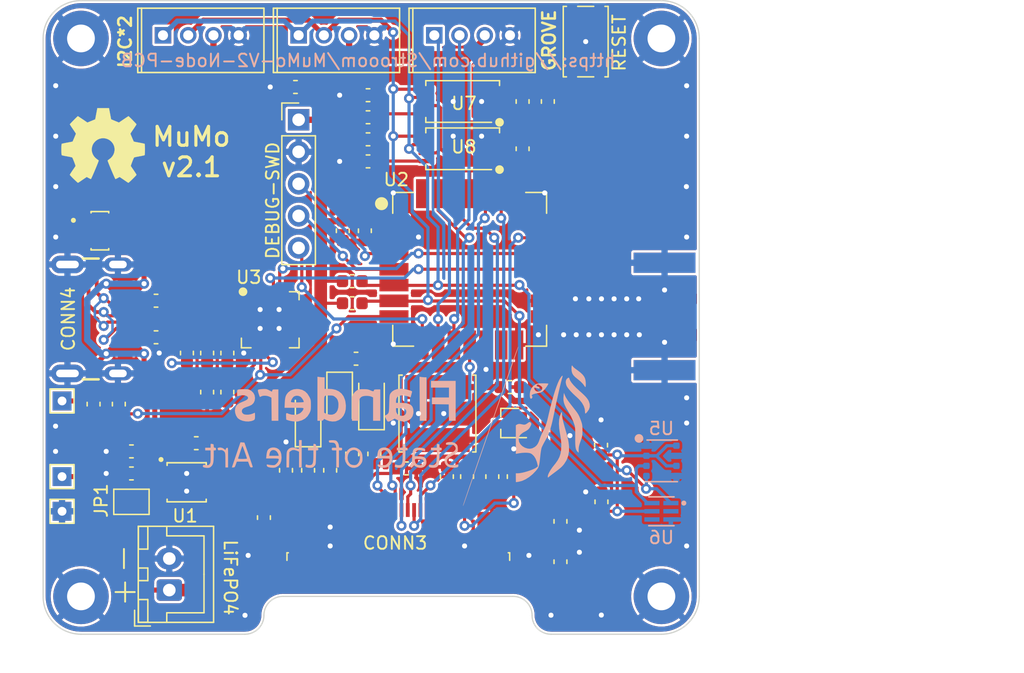
<source format=kicad_pcb>
(kicad_pcb (version 20211014) (generator pcbnew)
  (title_block (comment 4 "AISLER Project ID: WJAGVHFZ"))
  (layers (0 "F.Cu" signal) (31 "B.Cu" signal) (34 "B.Paste" user) (35 "F.Paste" user) (36 "B.SilkS" user "B.Silkscreen") (37 "F.SilkS" user "F.Silkscreen") (38 "B.Mask" user) (39 "F.Mask" user) (44 "Edge.Cuts" user))
  (net 0 "")
  (net 1 "GND")
  (net 2 "+5V")
  (net 3 "VGH")
  (net 4 "VSH")
  (net 5 "VSL")
  (net 6 "VGL")
  (net 7 "VCOM")
  (net 8 "PREVGH")
  (net 10 "GATE-DRIVE")
  (net 11 "DISPLAY-RESET")
  (net 12 "DISPLAY-D{slash}C")
  (net 13 "DISPLAY-CS")
  (net 14 "SPI2-SCK")
  (net 15 "SPI2-MOSI")
  (net 16 "CURRENT-SENSE")
  (net 17 "VBUS")
  (net 18 "PREVGL")
  (net 19 "I2C2-SCL")
  (net 20 "I2C2-SDA")
  (net 24 "Net-(CONN4-PadA5)")
  (net 26 "Net-(CONN5-Pad1)")
  (net 27 "SWO")
  (net 42 "SWDIO")
  (net 43 "SWCLK")
  (net 46 "3V")
  (net 47 "RST")
  (net 52 "Net-(CONN4-PadB5)")
  (net 54 "D-")
  (net 55 "D+")
  (net 59 "WRITE-PROTECT")
  (net 60 "DISPLAY-BUSY")
  (net 61 "+BATT")
  (net 62 "MCU-RESET")
  (net 63 "UART1-TX")
  (net 64 "UART1-RX")
  (net 65 "UART2-RX")
  (net 66 "UART2-TX")
  (net 67 "Net-(C13-Pad2)")
  (net 68 "Net-(C31-Pad1)")
  (net 69 "Net-(C31-Pad2)")
  (net 70 "Net-(C42-Pad1)")
  (net 71 "Net-(R2-Pad1)")
  (footprint "thisProjectLibrary:0603_1608Metric" (layer "F.Cu") (at 168.7808 70.308 180)
    (fp_text reference "C2" hide)
    (fp_text value "100n")
  )
  (footprint "thisProjectLibrary:0603_1608Metric" (layer "F.Cu") (at 168.5308 75.808 -90)
    (fp_text reference "C3" hide)
    (fp_text value "100n")
  )
  (footprint "thisProjectLibrary:0603_1608Metric" (layer "F.Cu") (at 183.0308 65.558 90)
    (fp_text reference "C8" hide)
    (fp_text value "100n")
  )
  (footprint "thisProjectLibrary:0603_1608Metric" (layer "F.Cu") (at 187.2488 92.8116 90)
    (fp_text reference "C1" hide)
    (fp_text value "100n")
  )
  (footprint "thisProjectLibrary:LoRa-E5" (layer "F.Cu") (at 176.8348 78.867)
    (fp_text reference "U2")
    (fp_text value "LoRa-E5")
  )
  (footprint "thisProjectLibrary:0603_1608Metric" (layer "F.Cu") (at 167.5308 93.508 -90)
    (fp_text reference "C18" hide)
    (fp_text value "1uF")
  )
  (footprint "thisProjectLibrary:0603_1608Metric" (layer "F.Cu") (at 181.0308 69.308 -90)
    (fp_text reference "R9" hide)
    (fp_text value "5K1")
  )
  (footprint "Diode_SMD:D_SMF" (layer "F.Cu") (at 169.0558 89.308 90)
    (fp_text reference "D3" hide)
    (fp_text value "SS1FL3HM3/H")
  )
  (footprint "thisProjectLibrary:0603_1608Metric" (layer "F.Cu") (at 151.9808 84.258 180)
    (fp_text reference "R7" hide)
    (fp_text value "5K1")
  )
  (footprint "Connector_PinHeader_2.54mm:PinHeader_1x05_P2.54mm_Vertical" (layer "F.Cu") (at 163.2808 67.008)
    (fp_text reference "CONN1" hide)
    (fp_text value "DEBUG-SWD")
  )
  (footprint "TestPoint:TestPoint_THTPad_1.5x1.5mm_Drill0.7mm" (layer "F.Cu") (at 144.5308 95.308)
    (fp_text reference "TP2" hide)
    (fp_text value "testPad")
  )
  (footprint "thisProjectLibrary:0603_1608Metric" (layer "F.Cu") (at 164.0308 94.808 -90)
    (fp_text reference "C17" hide)
    (fp_text value "1uF")
  )
  (footprint "thisProjectLibrary:TSSOP-B8" (layer "F.Cu") (at 176.2808 65.558 180)
    (fp_text reference "U7")
    (fp_text value "BR24G512FVT-5AE2")
  )
  (footprint "Package_TO_SOT_SMD:SOT-323_SC-70" (layer "F.Cu") (at 180.0308 91.058 180)
    (fp_text reference "Q1" hide)
    (fp_text value "PJC7400")
  )
  (footprint "thisProjectLibrary:0603_1608Metric" (layer "F.Cu") (at 160.5308 98.558 90)
    (fp_text reference "C23" hide)
    (fp_text value "4u7")
  )
  (footprint "thisProjectLibrary:0603_1608Metric" (layer "F.Cu") (at 156.0308 85.508 -90)
    (fp_text reference "C30" hide)
    (fp_text value "4u7")
  )
  (footprint "thisProjectLibrary:0603_1608Metric" (layer "F.Cu") (at 157.6308 88.608 -90)
    (fp_text reference "C6" hide)
    (fp_text value "100n")
  )
  (footprint "thisProjectLibrary:LINX_CONSMA020.062-G" (layer "F.Cu") (at 194.7308 82.608 90)
    (fp_text reference "CONN5" hide)
    (fp_text value "External Antenna")
  )
  (footprint "Jumper:SolderJumper-2_P1.3mm_Bridged2Bar_Pad1.0x1.5mm" (layer "F.Cu") (at 150.0308 97.308 180)
    (fp_text reference "JP1")
    (fp_text value "Cut to disable charging")
  )
  (footprint "Diode_SMD:D_SMF" (layer "F.Cu") (at 164.0308 90.658 90)
    (fp_text reference "D1" hide)
    (fp_text value "SS1FL3HM3/H")
  )
  (footprint "thisProjectLibrary:L_TDK_VLS6045EX" (layer "F.Cu") (at 174.2808 90.308 90)
    (fp_text reference "L1" hide)
    (fp_text value "68uH")
  )
  (footprint "thisProjectLibrary:0603_1608Metric" (layer "F.Cu") (at 175.0308 95.308 -90)
    (fp_text reference "C12" hide)
    (fp_text value "1uF")
  )
  (footprint "thisProjectLibrary:0603_1608Metric" (layer "F.Cu") (at 156.0308 88.608 -90)
    (fp_text reference "C29" hide)
    (fp_text value "4u7")
  )
  (footprint "thisProjectLibrary:0603_1608Metric" (layer "F.Cu") (at 168.7808 68.558 180)
    (fp_text reference "C27" hide)
    (fp_text value "4u7")
  )
  (footprint "Symbol:OSHW-Symbol_6.7x6mm_SilkScreen" (layer "F.Cu") (at 147.7808 69.058)
    (fp_text reference "U4" hide)
    (fp_text value "eInk_Display_1.54\"200x200px" hide)
  )
  (footprint "Diode_SMD:D_SMF" (layer "F.Cu") (at 166.5308 89.308 -90)
    (fp_text reference "D2" hide)
    (fp_text value "SS1FL3HM3/H")
  )
  (footprint "thisProjectLibrary:0603_1608Metric" (layer "F.Cu") (at 168.7808 65.058 180)
    (fp_text reference "C24" hide)
    (fp_text value "4u7")
  )
  (footprint "thisProjectLibrary:0603_1608Metric" (layer "F.Cu") (at 147.0308 89.558 -90)
    (fp_text reference "R5" hide)
    (fp_text value "22K1")
  )
  (footprint "thisProjectLibrary:0603_1608Metric" (layer "F.Cu") (at 169.2808 93.508 -90)
    (fp_text reference "C14" hide)
    (fp_text value "1uF")
  )
  (footprint "thisProjectLibrary:0603_1608Metric" (layer "F.Cu") (at 165.7808 94.808 -90)
    (fp_text reference "C15" hide)
    (fp_text value "1uF")
  )
  (footprint "thisProjectLibrary:0603_1608Metric" (layer "F.Cu") (at 149.0308 89.558 90)
    (fp_text reference "R6" hide)
    (fp_text value "47K5")
  )
  (footprint "thisProjectLibrary:0603_1608Metric" (layer "F.Cu") (at 151.9808 81.358 180)
    (fp_text reference "R8" hide)
    (fp_text value "5K1")
  )
  (footprint "thisProjectLibrary:0603_1608Metric" (layer "F.Cu") (at 155.1686 92.658 180)
    (fp_text reference "R2" hide)
    (fp_text value "3K3")
  )
  (footprint "thisProjectLibrary:Grove_Vertical" (layer "F.Cu") (at 177.0308 60.308)
    (fp_text reference "CONN6" hide)
    (fp_text value "Grove Vertical THT")
  )
  (footprint "thisProjectLibrary:0603_1608Metric" (layer "F.Cu") (at 184.0308 98.858 -90)
    (fp_text reference "C21" hide)
    (fp_text value "4u7")
  )
  (footprint "thisProjectLibrary:0603_1608Metric" (layer "F.Cu") (at 150.0308 95.058 180)
    (fp_text reference "C42" hide)
    (fp_text value "10uF")
  )
  (footprint "Fiducial:Fiducial_0.75mm_Mask1.5mm" (layer "F.Cu") (at 192.0308 100.808)
    (fp_text reference "F3" hide)
    (fp_text value "Fiducial")
  )
  (footprint "thisProjectLibrary:DFN10" (layer "F.Cu") (at 154.4066 95.758)
    (fp_text reference "U1")
    (fp_text value "MCP73123")
  )
  (footprint "thisProjectLibrary:SP0503BAHTG-SOT143" (layer "F.Cu") (at 147.5308 75.808 -90)
    (fp_text reference "D4" hide)
    (fp_text value "SP0503BAHTG")
  )
  (footprint "thisProjectLibrary:TSSOP-B8" (layer "F.Cu") (at 176.2808 69.308 180)
    (fp_text reference "U8")
    (fp_text value "BR24G512FVT-5AE2")
  )
  (footprint "Connector_JST:JST_XH_B2B-XH-A_1x02_P2.50mm_Vertical" (layer "F.Cu") (at 153.0308 104.308 90)
    (fp_text reference "CONN2" hide)
    (fp_text value "B2B-XH-A (LF)(SN)")
  )
  (footprint "thisProjectLibrary:0603_1608Metric" (layer "F.Cu") (at 167.5308 79.808)
    (fp_text reference "R11" hide)
    (fp_text value "5K1")
  )
  (footprint "thisProjectLibrary:0603_1608Metric" (layer "F.Cu") (at 166.7808 75.808 -90)
    (fp_text reference "C26" hide)
    (fp_text value "4u7")
  )
  (footprint "thisProjectLibrary:0603_1608Metric" (layer "F.Cu") (at 178.6308 95.308 -90)
    (fp_text reference "R1" hide)
    (fp_text value "0R47")
  )
  (footprint "thisProjectLibrary:Molex-2171790001" (layer "F.Cu") (at 144.78 82.804 -90)
    (fp_text reference "CONN4")
    (fp_text value "Molex-2171790001")
  )
  (footprint "Fiducial:Fiducial_0.75mm_Mask1.5mm" (layer "F.Cu") (at 145.5308 100.808)
    (fp_text reference "F2" hide)
    (fp_text value "Fiducial")
  )
  (footprint "thisProjectLibrary:0603_1608Metric" (layer "F.Cu") (at 187.2808 97.308 90)
    (fp_text reference "C5" hide)
    (fp_text value "100n")
  )
  (footprint "thisProjectLibrary:SW_SPST_PTS815" (layer "F.Cu") (at 186.0308 60.808 90)
    (fp_text reference "SW1" hide)
    (fp_text value "Reset")
  )
  (footprint "TestPoint:TestPoint_THTPad_1.5x1.5mm_Drill0.7mm" (layer "F.Cu") (at 144.5308 98.058 -90)
    (fp_text reference "TP1" hide)
    (fp_text value "testPad")
  )
  (footprint "thisProjectLibrary:Grove_Vertical" (layer "F.Cu") (at 155.5308 60.308)
    (fp_text reference "CONN8" hide)
    (fp_text value "Grove Vertical THT")
  )
  (footprint "thisProjectLibrary:0603_1608Metric" (layer "F.Cu") (at 180.3308 95.308 -90)
    (fp_text reference "R4" hide)
    (fp_text value "10K")
  )
  (footprint "thisProjectLibrary:0603_1608Metric" (layer "F.Cu") (at 167.8308 85.958)
    (fp_text reference "C31" hide)
    (fp_text value "4u7")
  )
  (footprint "thisProjectLibrary:0603_1608Metric" (layer "F.Cu") (at 180.0308 88.208)
    (fp_text reference "C41" hide)
    (fp_text value "10uF")
  )
  (footprint "MountingHole:MountingHole_2.2mm_M2_Pad" (layer "F.Cu") (at 192.0308 104.808)
    (fp_text reference "H2" hide)
    (fp_text value "M2")
  )
  (footprint "MountingHole:MountingHole_2.2mm_M2_Pad" (layer "F.Cu") (at 146.0308 60.558)
    (fp_text reference "H3" hide)
    (fp_text value "M2")
  )
  (footprint "thisProjectLibrary:0603_1608Metric" (layer "F.Cu") (at 181.0308 65.558 90)
    (fp_text reference "C22" hide)
    (fp_text value "4u7")
  )
  (footprint "thisProjectLibrary:0603_1608Metric" (layer "F.Cu") (at 168.7808 66.808 180)
    (fp_text reference "C4" hide)
    (fp_text value "100n")
  )
  (footprint "thisProjectLibrary:0603_1608Metric" (layer "F.Cu") (at 171.8308 94.658 180)
    (fp_text reference "C13" hide)
    (fp_text value "1uF")
  )
  (footprint "MountingHole:MountingHole_2.2mm_M2_Pad" (layer "F.Cu") (at 192.0308 60.558)
    (fp_text reference "H1" hide)
    (fp_text value "M2")
  )
  (footprint "TestPoint:TestPoint_THTPad_1.5x1.5mm_Drill0.7mm" (layer "F.Cu") (at 144.5308 89.308)
    (fp_text reference "TP3" hide)
    (fp_text value "testPad")
  )
  (footprint "thisProjectLibrary:0603_1608Metric" (layer "F.Cu") (at 150.0308 93.308 180)
    (fp_text reference "C32" hide)
    (fp_text value "4u7")
  )
  (footprint "Fiducial:Fiducial_0.75mm_Mask1.5mm" (layer "F.Cu") (at 146.0308 64.308)
    (fp_text reference "F1" hide)
    (fp_text value "Fiducial")
  )
  (footprint "thisProjectLibrary:0603_1608Metric" (layer "F.Cu") (at 176.6308 95.308 -90)
    (fp_text reference "C11" hide)
    (fp_text value "1uF")
  )
  (footprint "thisProjectLibrary:TE_2-1734839-4_1x24-1MP_P0.5mm_Horizontal" (layer "F.Cu") (at 171.1808 99.308)
    (fp_text reference "CONN3")
    (fp_text value "ePaper")
  )
  (footprint "thisProjectLibrary:0603_1608Metric" (layer "F.Cu") (at 154.4308 85.508 -90)
    (fp_text reference "R3" hide)
    (fp_text value "1K")
  )
  (footprint "thisProjectLibrary:0603_1608Metric" (layer "F.Cu") (at 184.0308 102.058 90)
    (fp_text reference "C25" hide)
    (fp_text value "4u7")
  )
  (footprint "MountingHole:MountingHole_2.2mm_M2_Pad" (layer "F.Cu") (at 146.0308 104.808)
    (fp_text reference "H4" hide)
    (fp_text value "M2")
  )
  (footprint "thisProjectLibrary:0603_1608Metric" (layer "F.Cu") (at 157.6308 85.508 -90)
    (fp_text reference "C7" hide)
    (fp_text value "100n")
  )
  (footprint "thisProjectLibrary:QFN24 - CP2102N" (layer "F.Cu") (at 161.0308 82.804)
    (fp_text reference "U3")
    (fp_text value "CP2102N")
  )
  (footprint "thisProjectLibrary:0603_1608Metric" (layer "F.Cu") (at 162.2808 94.808 -90)
    (fp_text reference "C16" hide)
    (fp_text value "1uF")
  )
  (footprint "thisProjectLibrary:0603_1608Metric" (layer "F.Cu") (at 163.0308 64.408 180)
    (fp_text reference "C28" hide)
    (fp_text value "4u7")
  )
  (footprint "thisProjectLibrary:0603_1608Metric" (layer "F.Cu") (at 167.5308 81.558)
    (fp_text reference "R10" hide)
    (fp_text value "5K1")
  )
  (footprint "thisProjectLibrary:Grove_Vertical" (layer "F.Cu") (at 166.2808 60.308)
    (fp_text reference "CONN7" hide)
    (fp_text value "Grove Vertical THT")
  )
  (footprint "thisProjectLibrary:logoFlanders" (layer "B.Cu") (at 171.0308 91.308 180)
    (fp_text reference "G***" hide)
    (fp_text value "LOGO" hide)
  )
  (footprint "thisProjectLibrary:Bosch_BME680" (layer "B.Cu") (at 192.0308 94.058 -90)
    (fp_text reference "U5")
    (fp_text value "BME680")
  )
  (footprint "thisProjectLibrary:TSL2591-SON" (layer "B.Cu") (at 192.0308 98.058 180)
    (fp_text reference "U6")
    (fp_text value "TSL25911")
  )
  (gr_line (start 146.0308 107.808) (end 159.0308 107.808) (layer "Edge.Cuts") (width 0.1))
  (gr_arc (start 146.0308 107.808) (mid 143.90948 106.92932) (end 143.0308 104.808) (layer "Edge.Cuts") (width 0.1))
  (gr_arc (start 143.0308 60.558) (mid 143.90948 58.43668) (end 146.0308 57.558) (layer "Edge.Cuts") (width 0.1))
  (gr_line (start 146.0308 57.558) (end 192.0308 57.558) (layer "Edge.Cuts") (width 0.1))
  (gr_arc (start 183.2808 107.808) (mid 182.22014 107.36866) (end 181.7808 106.308) (layer "Edge.Cuts") (width 0.1))
  (gr_arc (start 180.2808 104.808) (mid 181.34146 105.24734) (end 181.7808 106.308) (layer "Edge.Cuts") (width 0.1))
  (gr_arc (start 195.0308 104.808) (mid 194.15212 106.92932) (end 192.0308 107.808) (layer "Edge.Cuts") (width 0.1))
  (gr_arc (start 192.0308 57.558) (mid 194.15212 58.43668) (end 195.0308 60.558) (layer "Edge.Cuts") (width 0.1))
  (gr_line (start 143.0308 60.558) (end 143.0308 104.808) (layer "Edge.Cuts") (width 0.1))
  (gr_arc (start 160.5308 106.308) (mid 160.09146 107.36866) (end 159.0308 107.808) (layer "Edge.Cuts") (width 0.1))
  (gr_arc (start 160.5308 106.308) (mid 160.97014 105.24734) (end 162.0308 104.808) (layer "Edge.Cuts") (width 0.1))
  (gr_line (start 180.2808 104.808) (end 162.0308 104.808) (layer "Edge.Cuts") (width 0.1))
  (gr_line (start 183.2808 107.808) (end 192.0308 107.808) (layer "Edge.Cuts") (width 0.1))
  (gr_line (start 195.0308 60.558) (end 195.0308 104.808) (layer "Edge.Cuts") (width 0.1))
  (gr_text "https://github.com/Strooom/MuMo-V2-Node-PCB" (at 168.7808 62.308) (layer "B.SilkS") (effects (font (size 1 1)) (justify mirror)))
  (gr_text "MuMo\nv2.1" (at 154.7808 69.558) (layer "F.SilkS") (effects (font (size 1.5 1.5) (thickness 0.25))))
  (gr_text "-" (at 149.2808 101.808 90) (layer "F.SilkS") (effects (font (size 2 2))))
  (gr_text "+" (at 149.5308 104.308) (layer "F.SilkS") (effects (font (size 2 2))))
  (segment (start 159.0808 82.054) (end 160.2308 82.054) (width 0.25) (layer "F.Cu") (net 1))
  (via (at 182.7808 72.808) (size 0.8) (drill 0.4) (layers "F.Cu" "B.Cu") (net 1))
  (via (at 185.5308 99.558) (size 0.8) (drill 0.4) (layers "F.Cu" "B.Cu") (net 1))
  (via (at 152.2308 85.508) (size 0.8) (drill 0.4) (layers "F.Cu" "B.Cu") (net 1))
  (via (at 144.0308 68.308) (size 0.8) (drill 0.4) (layers "F.Cu" "B.Cu") (net 1))
  (via (at 194.0308 68.308) (size 0.8) (drill 0.4) (layers "F.Cu" "B.Cu") (net 1))
  (via (at 172.7808 76.308) (size 0.8) (drill 0.4) (layers "F.Cu" "B.Cu") (net 1))
  (via (at 187.2808 84.058) (size 0.8) (drill 0.4) (layers "F.Cu" "B.Cu") (net 1))
  (via (at 185.2808 84.058) (size 0.8) (drill 0.4) (layers "F.Cu" "B.Cu") (net 1))
  (via (at 194.0308 91.058) (size 0.8) (drill 0.4) (layers "F.Cu" "B.Cu") (net 1))
  (via (at 160.2308 82.058) (size 0.8) (drill 0.4) (layers "F.Cu" "B.Cu") (net 1))
  (via (at 194.0308 89.058) (size 0.8) (drill 0.4) (layers "F.Cu" "B.Cu") (net 1))
  (via (at 192.2808 80.508) (size 0.8) (drill 0.4) (layers "F.Cu" "B.Cu") (net 1))
  (via (at 158.9308 85.508) (size 0.8) (drill 0.4) (layers "F.Cu" "B.Cu") (net 1))
  (via (at 161.0308 64.408) (size 0.8) (drill 0.4) (layers "F.Cu" "B.Cu") (net 1))
  (via (at 186.2808 84.058) (size 0.8) (drill 0.4) (layers "F.Cu" "B.Cu") (net 1))
  (via (at 177.7808 68.308) (size 0.8) (drill 0.4) (layers "F.Cu" "B.Cu") (net 1))
  (via (at 182.2808 84.058) (size 0.8) (drill 0.4) (layers "F.Cu" "B.Cu") (net 1))
  (via (at 174.7808 90.308) (size 0.8) (drill 0.4) (layers "F.Cu" "B.Cu") (net 1))
  (via (at 166.5308 70.308) (size 0.8) (drill 0.4) (layers "F.Cu" "B.Cu") (net 1))
  (via (at 170.7808 72.808) (size 0.8) (drill 0.4) (layers "F.Cu" "B.Cu") (net 1))
  (via (at 148.0308 95.058) (size 0.8) (drill 0.4) (layers "F.Cu" "B.Cu") (net 1))
  (via (at 165.7808 100.808) (size 0.8) (drill 0.4) (layers "F.Cu" "B.Cu") (net 1))
  (via (at 188.2808 81.208) (size 0.8) (drill 0.4) (layers "F.Cu" "B.Cu") (net 1))
  (via (at 148.0308 93.308) (size 0.8) (drill 0.4) (layers "F.Cu" "B.Cu") (net 1))
  (via (at 162.2808 92.558) (size 0.8) (drill 0.4) (layers "F.Cu" "B.Cu") (net 1))
  (via (at 194.0308 76.308) (size 0.8) (drill 0.4) (layers "F.Cu" "B.Cu") (net 1))
  (via (at 170.7808 84.7945) (size 0.8) (drill 0.4) (layers "F.Cu" "B.Cu") (net 1))
  (via (at 187.270498 106.288654) (size 0.8) (drill 0.4) (layers "F.Cu" "B.Cu") (net 1))
  (via (at 194.0308 100.808) (size 0.8) (drill 0.4) (layers "F.Cu" "B.Cu") (net 1))
  (via (at 194.011454 72.308) (size 0.8) (drill 0.4) (layers "F.Cu" "B.Cu") (net 1))
  (via (at 188.2808 84.058) (size 0.8) (drill 0.4) (layers "F.Cu" "B.Cu") (net 1))
  (via (at 184.7808 92.058) (size 0.8) (drill 0.4) (layers "F.Cu" "B.Cu") (net 1))
  (via (at 187.2488 90.808) (size 0.8) (drill 0.4) (layers "F.Cu" "B.Cu") (net 1))
  (via (at 186.2808 81.208) (size 0.8) (drill 0.4) (layers "F.Cu" "B.Cu") (net 1))
  (via (at 166.5308 65.058) (size 0.8) (drill 0.4) (layers "F.Cu" "B.Cu") (net 1))
  (via (at 172.7808 90.308) (size 0.8) (drill 0.4) (layers "F.Cu" "B.Cu") (net 1))
  (via (at 183.2808 106.29943) (size 0.8) (drill 0.4) (layers "F.Cu" "B.Cu") (net 1))
  (via (at 160.2308 83.558) (size 0.8) (drill 0.4) (layers "F.Cu" "B.Cu") (net 1))
  (via (at 185.2168 81.208) (size 0.8) (drill 0.4) (layers "F.Cu" "B.Cu") (net 1))
  (via (at 184.2808 84.058) (size 0.8) (drill 0.4) (layers "F.Cu" "B.Cu") (net 1))
  (via (at 189.2808 81.208) (size 0.8) (drill 0.4) (layers "F.Cu" "B.Cu") (net 1))
  (via (at 175.5308 68.308) (size 0.8) (drill 0.4) (layers "F.Cu" "B.Cu") (net 1))
  (via (at 181.5308 101.558) (size 0.8) (drill 0.4) (layers "F.Cu" "B.Cu") (net 1))
  (via (at 187.2808 81.208) (size 0.8) (drill 0.4) (layers "F.Cu" "B.Cu") (net 1))
  (via (at 154.4066 95.058) (size 0.8) (drill 0.4) (layers "F.Cu" "B.Cu") (net 1))
  (via (at 159.0308 106.308) (size 0.8) (drill 0.4) (layers "F.Cu" "B.Cu") (net 1))
  (via (at 144.028354 64.303675) (size 0.8) (drill 0.4) (layers "F.Cu" "B.Cu") (net 1))
  (via (at 144.017351 93.308) (size 0.8) (drill 0.4) (layers "F.Cu" "B.Cu") (net 1))
  (via (at 180.3308 93.108) (size 0.8) (drill 0.4) (layers "F.Cu" "B.Cu") (net 1))
  (via (at 144.017351 91.306505) (size 0.8) (drill 0.4) (layers "F.Cu" "B.Cu") (net 1))
  (via (at 144.0308 76.308) (size 0.8) (drill 0.4) (layers "F.Cu" "B.Cu") (net 1))
  (via (at 178.1308 86.808) (size 0.8) (drill 0.4) (layers "F.Cu" "B.Cu") (net 1))
  (via (at 165.7808 99.308) (size 0.8) (drill 0.4) (layers "F.Cu" "B.Cu") (net 1))
  (via (at 161.7308 83.558) (size 0.8) (drill 0.4) (layers "F.Cu" "B.Cu") (net 1))
  (via (at 190.2808 84.058) (size 0.8) (drill 0.4) (layers "F.Cu" "B.Cu") (net 1))
  (via (at 194.0308 64.308) (size 0.8) (drill 0.4) (layers "F.Cu" "B.Cu") (net 1))
  (via (at 161.7308 82.058) (size 0.8) (drill 0.4) (layers "F.Cu" "B.Cu") (net 1))
  (via (at 154.4066 96.458) (size 0.8) (drill 0.4) (layers "F.Cu" "B.Cu") (net 1))
  (via (at 177.7808 65.558) (size 0.8) (drill 0.4) (layers "F.Cu" "B.Cu") (net 1))
  (via (at 159.2808 101.558) (size 0.8) (drill 0.4) (layers "F.Cu" "B.Cu") (net 1))
  (via (at 192.2808 84.653928) (size 0.8) (drill 0.4) (layers "F.Cu" "B.Cu") (net 1))
  (via (at 190.2308 81.208) (size 0.8) (drill 0.4) (layers "F.Cu" "B.Cu") (net 1))
  (via (at 170.7808 91.058) (size 0.8) (drill 0.4) (layers "F.Cu" "B.Cu") (net 1))
  (via (at 144.0308 72.308) (size 0.8) (drill 0.4) (layers "F.Cu" "B.Cu") (net 1))
  (via (at 185.5308 101.308) (size 0.8) (drill 0.4) (layers "F.Cu" "B.Cu") (net 1))
  (via (at 175.5308 65.558) (size 0.8) (drill 0.4) (layers "F.Cu" "B.Cu") (net 1))
  (via (at 189.2808 84.058) (size 0.8) (drill 0.4) (layers "F.Cu" "B.Cu") (net 1))
  (via (at 176.4308 100.808) (size 0.8) (drill 0.4) (layers "F.Cu" "B.Cu") (net 1))
  (via (at 186.0308 60.808) (size 0.8) (drill 0.4) (layers "F.Cu" "B.Cu") (net 1))
  (via (at 186.0308 96.52) (size 0.8) (drill 0.4) (layers "F.Cu" "B.Cu") (net 1))
  (segment (start 151.8808 87.808) (end 151.8808 93.308) (width 0.4) (layer "F.Cu") (net 2))
  (segment (start 148.5558 74.848) (end 148.8083 74.848) (width 0.4) (layer "F.Cu") (net 2))
  (segment (start 150.6768 85.204) (end 149.535 85.204) (width 0.4) (layer "F.Cu") (net 2))
  (segment (start 151.8808 95.158) (end 151.8808 93.308) (width 0.4) (layer "F.Cu") (net 2))
  (segment (start 151.8808 93.308) (end 150.8058 93.308) (width 0.25) (layer "F.Cu") (net 2))
  (segment (start 150.6348 80.404) (end 151.0308 80.008) (width 0.4) (layer "F.Cu") (net 2))
  (segment (start 151.0308 86.958) (end 151.8808 87.808) (width 0.4) (layer "F.Cu") (net 2))
  (segment (start 148.8083 74.848) (end 151.0308 77.0705) (width 0.4) (layer "F.Cu") (net 2))
  (segment (start 157.6058 87.808) (end 157.6308 87.833) (width 0.4) (layer "F.Cu") (net 2))
  (segment (start 146.2808 88.808) (end 145.7808 89.308) (width 0.4) (layer "F.Cu") (net 2))
  (segment (start 149.535 80.404) (end 150.6348 80.404) (width 0.4) (layer "F.Cu") (net 2))
  (segment (start 148.4268 80.404) (end 148.0308 80.008) (width 0.4) (layer "F.Cu") (net 2))
  (segment (start 147.0308 86.558) (end 147.0308 88.783) (width 0.4) (layer "F.Cu") (net 2))
  (segment (start 151.0308 85.558) (end 151.0308 86.958) (width 0.4) (layer "F.Cu") (net 2))
  (segment (start 158.3683 87.833) (end 157.6308 87.833) (width 0.25) (layer "F.Cu") (net 2))
  (segment (start 149.535 80.404) (end 148.4268 80.404) (width 0.4) (layer "F.Cu") (net 2))
  (segment (start 159.7808 86.4205) (end 158.3683 87.833) (width 0.25) (layer "F.Cu") (net 2))
  (segment (start 152.8566 94.758) (end 151.8808 94.758) (width 0.25) (layer "F.Cu") (net 2))
  (segment (start 159.7808 84.754) (end 159.7808 86.4205) (width 0.25) (layer "F.Cu") (net 2))
  (segment (start 147.0058 88.808) (end 146.2808 88.808) (width 0.4) (layer "F.Cu") (net 2))
  (segment (start 147.0308 88.783) (end 147.0058 88.808) (width 0.4) (layer "F.Cu") (net 2))
  (segment (start 148.3848 85.204) (end 149.535 85.204) (width 0.4) (layer "F.Cu") (net 2))
  (segment (start 151.0308 77.0705) (end 151.0308 80.008) (width 0.4) (layer "F.Cu") (net 2))
  (segment (start 148.0308 85.558) (end 147.0308 86.558) (width 0.4) (layer "F.Cu") (net 2))
  (segment (start 145.7808 89.308) (end 144.5308 89.308) (width 0.4) (layer "F.Cu") (net 2))
  (segment (start 151.0308 85.558) (end 150.6768 85.204) (width 0.4) (layer "F.Cu") (net 2))
  (segment (start 151.8808 87.808) (end 157.6058 87.808) (width 0.4) (layer "F.Cu") (net 2))
  (segment (start 148.0308 85.558) (end 148.3848 85.204) (width 0.4) (layer "F.Cu") (net 2))
  (segment (start 152.8566 95.258) (end 151.8808 95.258) (width 0.25) (layer "F.Cu") (net 2))
  (via (at 148.0308 85.558) (size 0.8) (drill 0.4) (layers "F.Cu" "B.Cu") (net 2))
  (via (at 151.0308 80.008) (size 0.8) (drill 0.4) (layers "F.Cu" "B.Cu") (net 2))
  (via (at 148.0308 80.008) (size 0.8) (drill 0.4) (layers "F.Cu" "B.Cu") (net 2))
  (via (at 151.0308 85.558) (size 0.8) (drill 0.4) (layers "F.Cu" "B.Cu") (net 2))
  (segment (start 147.9808 85.608) (end 148.0308 85.558) (width 0.25) (layer "B.Cu") (net 2))
  (segment (start 151.0308 80.008) (end 148.0308 80.008) (width 0.5) (layer "B.Cu") (net 2))
  (segment (start 148.0308 80.008) (end 147.955495 80.008) (width 0.25) (layer "B.Cu") (net 2))
  (segment (start 146.5308 84.458) (end 147.6808 85.608) (width 0.5) (layer "B.Cu") (net 2))
  (segment (start 148.0308 85.558) (end 151.0308 85.558) (width 0.5) (layer "B.Cu") (net 2))
  (segment (start 147.6808 85.608) (end 147.9308 85.608) (width 0.5) (layer "B.Cu") (net 2))
  (segment (start 147.9308 85.608) (end 147.9808 85.608) (width 0.25) (layer "B.Cu") (net 2))
  (segment (start 146.5308 81.255918) (end 146.5308 84.458) (width 0.5) (layer "B.Cu") (net 2))
  (segment (start 147.778718 80.008) (end 146.5308 81.255918) (width 0.5) (layer "B.Cu") (net 2))
  (segment (start 147.955495 80.008) (end 147.778718 80.008) (width 0.5) (layer "B.Cu") (net 2))
  (segment (start 174.9308 96.183) (end 175.0308 96.083) (width 0.25) (layer "F.Cu") (net 3))
  (segment (start 174.9308 97.958) (end 174.9308 96.183) (width 0.25) (layer "F.Cu") (net 3))
  (segment (start 169.2808 94.283) (end 167.4308 96.133) (width 0.25) (layer "F.Cu") (net 4))
  (segment (start 167.4308 96.133) (end 167.4308 97.958) (width 0.25) (layer "F.Cu") (net 4))
  (segment (start 166.4308 96.508) (end 166.4308 97.958) (width 0.25) (layer "F.Cu") (net 5))
  (segment (start 165.7808 95.583) (end 165.7808 95.858) (width 0.25) (layer "F.Cu") (net 5))
  (segment (start 165.7808 95.858) (end 166.4308 96.508) (width 0.25) (layer "F.Cu") (net 5))
  (segment (start 175.4308 97.108) (end 176.4558 96.083) (width 0.25) (layer "F.Cu") (net 6))
  (segment (start 175.4308 97.958) (end 175.4308 97.108) (width 0.25) (layer "F.Cu") (net 6))
  (segment (start 176.4558 96.083) (end 176.6308 96.083) (width 0.25) (layer "F.Cu") (net 6))
  (segment (start 163.6558 96.958) (end 165.0808 96.958) (width 0.25) (layer "F.Cu") (net 7))
  (segment (start 165.4308 97.308) (end 165.4308 97.958) (width 0.25) (layer "F.Cu") (net 7))
  (segment (start 162.2808 95.583) (end 163.6558 96.958) (width 0.25) (layer "F.Cu") (net 7))
  (segment (start 165.0808 96.958) (end 165.4308 97.308) (width 0.25) (layer "F.Cu") (net 7))
  (segment (start 167.5308 94.283) (end 168.4308 93.383) (width 0.25) (layer "F.Cu") (net 8))
  (segment (start 168.4308 93.383) (end 168.4308 91.383) (width 0.25) (layer "F.Cu") (net 8))
  (segment (start 168.4308 91.383) (end 169.0558 90.758) (width 0.25) (layer "F.Cu") (net 8))
  (segment (start 166.9308 97.958) (end 166.9308 94.883) (width 0.25) (layer "F.Cu") (net 8))
  (segment (start 166.9308 94.883) (end 167.5308 94.283) (width 0.25) (layer "F.Cu") (net 8))
  (segment (start 181.0308 91.708) (end 181.2308 91.908) (width 0.25) (layer "F.Cu") (net 10))
  (segment (start 180.3308 97.408) (end 180.3308 96.083) (width 0.25) (layer "F.Cu") (net 10))
  (segment (start 181.2308 91.908) (end 181.2308 95.183) (width 0.25) (layer "F.Cu") (net 10))
  (segment (start 181.2308 95.183) (end 180.3308 96.083) (width 0.25) (layer "F.Cu") (net 10))
  (segment (start 176.4308 97.958) (end 176.4308 99.208) (width 0.25) (layer "F.Cu") (net 10))
  (via (at 180.3308 97.408) (size 0.8) (drill 0.4) (layers "F.Cu" "B.Cu") (net 10))
  (via (at 176.4308 99.208) (size 0.8) (drill 0.4) (layers "F.Cu" "B.Cu") (net 10))
  (segment (start 176.4308 99.208) (end 177.0308 99.208) (width 0.25) (layer "B.Cu") (net 10))
  (segment (start 178.8308 97.408) (end 180.3308 97.408) (width 0.25) (layer "B.Cu") (net 10))
  (segment (start 177.0308 99.208) (end 178.8308 97.408) (width 0.25) (layer "B.Cu") (net 10))
  (segment (start 172.4308 99.208) (end 172.4308 97.958) (width 0.25) (layer "F.Cu") (net 11))
  (segment (start 179.3348 74.479305) (end 179.3348 72.867) (width 0.25) (layer "F.Cu") (net 11))
  (segment (start 179.3308 74.808) (end 179.3308 74.483305) (width 0.25) (layer "F.Cu") (net 11))
  (segment (start 179.3308 74.483305) (end 179.3348 74.479305) (width 0.25) (layer "F.Cu") (net 11))
  (via (at 179.3308 74.808) (size 0.8) (drill 0.4) (layers "F.Cu" "B.Cu") (net 11))
  (via (at 172.4308 99.208) (size 0.8) (drill 0.4) (layers "F.Cu" "B.Cu") (net 11))
  (segment (start 172.9558 98.683) (end 172.4308 99.208) (width 0.25) (layer "B.Cu") (net 11))
  (segment (start 179.3308 74.808) (end 179.5308 75.008) (width 0.25) (layer "B.Cu") (net 11))
  (segment (start 179.5308 88.608) (end 172.9558 95.183) (width 0.25) (layer "B.Cu") (net 11))
  (segment (start 172.9558 95.183) (end 172.9558 98.683) (width 0.25) (layer "B.Cu") (net 11))
  (segment (start 179.5308 75.008) (end 179.5308 88.608) (width 0.25) (layer "B.Cu") (net 11))
  (segment (start 171.9308 96.908) (end 171.9308 97.958) (width 0.25) (layer "F.Cu") (net 12))
  (segment (start 175.5848 74.162) (end 175.5848 72.867) (width 0.25) (layer "F.Cu") (net 12))
  (segment (start 178.7808 76.358) (end 178.0308 75.608) (width 0.25) (layer "F.Cu") (net 12))
  (segment (start 172.1553 96.008) (end 172.1553 96.6835) (width 0.25) (layer "F.Cu") (net 12))
  (segment (start 172.1553 96.6835) (end 171.9308 96.908) (width 0.25) (layer "F.Cu") (net 12))
  (segment (start 178.0308 75.608) (end 177.0308 75.608) (width 0.25) (layer "F.Cu") (net 12))
  (segment (start 177.0308 75.608) (end 175.5848 74.162) (width 0.25) (layer "F.Cu") (net 12))
  (via (at 172.1553 96.008) (size 0.8) (drill 0.4) (layers "F.Cu" "B.Cu") (net 12))
  (via (at 178.7808 76.358) (size 0.8) (drill 0.4) (layers "F.Cu" "B.Cu") (net 12))
  (segment (start 172.1553 94.9335) (end 172.1553 96.008) (width 0.25) (layer "B.Cu") (net 12))
  (segment (start 179.0308 76.608) (end 179.0308 88.058) (width 0.25) (layer "B.Cu") (net 12))
  (segment (start 178.7808 76.358) (end 179.0308 76.608) (width 0.25) (layer "B.Cu") (net 12))
  (segment (start 179.0308 88.058) (end 172.1553 94.9335) (width 0.25) (layer "B.Cu") (net 12))
  (segment (start 176.842947 86.620147) (end 176.8348 86.612) (width 0.25) (layer "F.Cu") (net 13))
  (segment (start 176.8348 86.612) (end 176.8348 84.867) (width 0.25) (layer "F.Cu") (net 13))
  (segment (start 171.4308 99.208) (end 171.4308 97.958) (width 0.25) (layer "F.Cu") (net 13))
  (via (at 171.4308 99.208) (size 0.8) (drill 0.4) (layers "F.Cu" "B.Cu") (net 13))
  (via (at 176.842947 86.620147) (size 0.8) (drill 0.4) (layers "F.Cu" "B.Cu") (net 13))
  (segment (start 171.4308 94.758) (end 171.4308 99.208) (width 0.25) (layer "B.Cu") (net 13))
  (segment (start 176.842947 86.620147) (end 176.842947 89.345853) (width 0.25) (layer "B.Cu") (net 13))
  (segment (start 176.842947 89.345853) (end 171.4308 94.758) (width 0.25) (layer "B.Cu") (net 13))
  (segment (start 170.7063 96.008) (end 170.9308 96.2325) (width 0.25) (layer "F.Cu") (net 14))
  (segment (start 170.9308 96.2325) (end 170.9308 97.958) (width 0.25) (layer "F.Cu") (net 14))
  (segment (start 178.0848 74.754) (end 178.0848 72.867) (width 0.25) (layer "F.Cu") (net 14))
  (segment (start 178.0308 74.808) (end 178.0848 74.754) (width 0.25) (layer "F.Cu") (net 14))
  (via (at 178.0308 74.808) (size 0.8) (drill 0.4) (layers "F.Cu" "B.Cu") (net 14))
  (via (at 170.7063 96.008) (size 0.8) (drill 0.4) (layers "F.Cu" "B.Cu") (net 14))
  (segment (start 170.5864 95.8881) (end 170.7063 96.008) (width 0.25) (layer "B.Cu") (net 14))
  (segment (start 170.5864 94.0024) (end 170.5864 95.8881) (width 0.25) (layer "B.Cu") (net 14))
  (segment (start 173.7808 90.808) (end 170.5864 94.0024) (width 0.25) (layer "B.Cu") (net 14))
  (segment (start 177.5308 84.008) (end 173.7808 87.758) (width 0.25) (layer "B.Cu") (net 14))
  (segment (start 173.7808 87.758) (end 173.7808 90.808) (width 0.25) (layer "B.Cu") (net 14))
  (segment (start 177.5308 75.308) (end 177.5308 84.008) (width 0.25) (layer "B.Cu") (net 14))
  (segment (start 178.0308 74.808) (end 177.5308 75.308) (width 0.25) (layer "B.Cu") (net 14))
  (segment (start 174.3348 74.187) (end 174.3348 72.867) (width 0.25) (layer "F.Cu") (net 15))
  (segment (start 176.5058 76.358) (end 174.3348 74.187) (width 0.25) (layer "F.Cu") (net 15))
  (segment (start 169.5308 96.108) (end 170.4308 97.008) (width 0.25) (layer "F.Cu") (net 15))
  (segment (start 176.8063 76.358) (end 176.5058 76.358) (width 0.25) (layer "F.Cu") (net 15))
  (segment (start 169.5308 96.008) (end 169.5308 96.108) (width 0.25) (layer "F.Cu") (net 15))
  (segment (start 170.4308 97.008) (end 170.4308 97.958) (width 0.25) (layer "F.Cu") (net 15))
  (via (at 176.8063 76.358) (size 0.8) (drill 0.4) (layers "F.Cu" "B.Cu") (net 15))
  (via (at 169.5308 96.008) (size 0.8) (drill 0.4) (layers "F.Cu" "B.Cu") (net 15))
  (segment (start 176.3308 76.8335) (end 176.3308 83.133) (width 0.25) (layer "B.Cu") (net 15))
  (segment (start 176.8063 76.358) (end 176.3308 76.8335) (width 0.25) (layer "B.Cu") (net 15))
  (segment (start 171.7808 91.864802) (end 169.5308 94.114802) (width 0.25) (layer "B.Cu") (net 15))
  (segment (start 169.5308 94.114802) (end 169.5308 96.008) (width 0.25) (layer "B.Cu") (net 15))
  (segment (start 171.7808 87.683) (end 171.7808 91.864802) (width 0.25) (layer "B.Cu") (net 15))
  (segment (start 176.3308 83.133) (end 171.7808 87.683) (width 0.25) (layer "B.Cu") (net 15))
  (segment (start 178.6308 92.808) (end 178.6308 94.533) (width 0.4) (layer "F.Cu") (net 16))
  (segment (start 175.9308 97.283) (end 176.2058 97.008) (width 0.25) (layer "F.Cu") (net 16))
  (segment (start 181.0308 90.408) (end 178.6308 92.808) (width 0.4) (layer "F.Cu") (net 16))
  (segment (start 175.9308 97.958) (end 175.9308 97.283) (width 0.25) (layer "F.Cu") (net 16))
  (segment (start 177.6308 96.658) (end 177.6308 95.533) (width 0.25) (layer "F.Cu") (net 16))
  (segment (start 176.2058 97.008) (end 177.2808 97.008) (width 0.25) (layer "F.Cu") (net 16))
  (segment (start 177.6308 95.533) (end 178.6308 94.533) (width 0.25) (layer "F.Cu") (net 16))
  (segment (start 177.2808 97.008) (end 177.6308 96.658) (width 0.25) (layer "F.Cu") (net 16))
  (segment (start 166.2808 83.558) (end 167.2218 82.617) (width 0.25) (layer "F.Cu") (net 17))
  (segment (start 167.2218 82.617) (end 170.8348 82.617) (width 0.25) (layer "F.Cu") (net 17))
  (segment (start 150.5058 90.333) (end 149.0308 90.333) (width 0.25) (layer "F.Cu") (net 17))
  (segment (start 160.2808 84.754) (end 160.2808 87.183) (width 0.25) (layer "F.Cu") (net 17))
  (segment (start 147.0308 90.333) (end 149.0308 90.333) (width 0.25) (layer "F.Cu") (net 17))
  (segment (start 160.2808 87.183) (end 160.2308 87.233) (width 0.25) (layer "F.Cu") (net 17))
  (segment (start 150.5308 90.308) (end 150.5058 90.333) (width 0.25) (layer "F.Cu") (net 17))
  (via (at 166.2808 83.558) (size 0.8) (drill 0.4) (layers "F.Cu" "B.Cu") (net 17))
  (via (at 160.2308 87.233) (size 0.8) (drill 0.4) (layers "F.Cu" "B.Cu") (net 17))
  (via (at 150.5308 90.308) (size 0.8) (drill 0.4) (layers "F.Cu" "B.Cu") (net 17))
  (segment (start 150.5308 90.308) (end 157.1558 90.308) (width 0.25) (layer "B.Cu") (net 17))
  (segment (start 166.2808 83.558) (end 162.6058 87.233) (width 0.25) (layer "B.Cu") (net 17))
  (segment (start 162.6058 87.233) (end 160.2308 87.233) (width 0.25) (layer "B.Cu") (net 17))
  (segment (start 157.1558 90.308) (end 160.2308 87.233) (width 0.25) (layer "B.Cu") (net 17))
  (segment (start 164.8808 93.458) (end 166.5308 91.808) (width 0.25) (layer "F.Cu") (net 18))
  (segment (start 165.4308 96.508) (end 165.9308 97.008) (width 0.25) (layer "F.Cu") (net 18))
  (segment (start 164.8808 94.733) (end 164.8808 93.458) (width 0.25) (layer "F.Cu") (net 18))
  (segment (start 165.9308 97.008) (end 165.9308 97.958) (width 0.25) (layer "F.Cu") (net 18))
  (segment (start 166.5308 91.808) (end 166.5308 90.758) (width 0.25) (layer "F.Cu") (net 18))
  (segment (start 164.0308 95.583) (end 164.9558 96.508) (width 0.25) (layer "F.Cu") (net 18))
  (segment (start 164.9558 96.508) (end 165.4308 96.508) (width 0.25) (layer "F.Cu") (net 18))
  (segment (start 164.0308 95.583) (end 164.8808 94.733) (width 0.25) (layer "F.Cu") (net 18))
  (segment (start 172.1058 65.233) (end 173.3808 65.233) (width 0.25) (layer "F.Cu") (net 19))
  (segment (start 174.3308 80.133) (end 174.3214 80.1424) (width 0.25) (layer "F.Cu") (net 19))
  (segment (start 172.0308 69.308) (end 172.3558 68.983) (width 0.25) (layer "F.Cu") (net 19))
  (segment (start 172.0308 65.308) (end 172.1058 65.233) (width 0.25) (layer "F.Cu") (net 19))
  (segment (start 174.3214 80.1424) (end 168.6402 80.1424) (width 0.25) (layer "F.Cu") (net 19))
  (segment (start 189.2808 94.808) (end 189.355398 94.808) (width 0.25) (layer "F.Cu") (net 19))
  (segment (start 189.355398 94.808) (end 190.818099 96.270701) (width 0.25) (layer "F.Cu") (net 19))
  (segment (start 168.6402 80.1424) (end 168.3058 79.808) (width 0.25) (layer "F.Cu") (net 19))
  (segment (start 180.7558 80.133) (end 180.7808 80.108) (width 0.25) (layer "F.Cu") (net 19))
  (segment (start 172.3558 68.983) (end 173.3808 68.983) (width 0.25) (layer "F.Cu") (net 19))
  (segment (start 174.3308 80.133) (end 180.7558 80.133) (width 0.25) (layer "F.Cu") (net 19))
  (via (at 174.3308 80.133) (size 0.8) (drill 0.4) (layers "F.Cu" "B.Cu") (net 19))
  (via (at 190.818099 96.270701) (size 0.8) (drill 0.4) (layers "F.Cu" "B.Cu") (net 19))
  (via (at 189.2808 94.808) (size 0.8) (drill 0.4) (layers "F.Cu" "B.Cu") (net 19))
  (via (at 172.0308 65.308) (size 0.8) (drill 0.4) (layers "F.Cu" "B.Cu") (net 19))
  (via (at 180.7808 80.108) (size 0.8) (drill 0.4) (layers "F.Cu" "B.Cu") (net 19))
  (via (at 172.0308 69.308) (size 0.8) (drill 0.4) (layers "F.Cu" "B.Cu") (net 19))
  (segment (start 188.727895 94.808) (end 189.2808 94.808) (width 0.25) (layer "B.Cu") (net 19))
  (segment (start 174.3308 80.133) (end 174.3308 75.533) (width 0.25) (layer "B.Cu") (net 19))
  (segment (start 153.6568 59.182) (end 162.1548 59.182) (width 0.4) (layer "B.Cu") (net 19))
  (segment (start 174.3308 75.533) (end 173.5058 74.708) (width 0.25) (layer "B.Cu") (net 19))
  (segment (start 172.0308 65.308) (end 172.0308 60.308) (width 0.25) (layer "B.Cu") (net 19))
  (segment (start 152.5308 60.308) (end 153.6568 59.182) (width 0.4) (layer "B.Cu") (net 19))
  (segment (start 180.7808 80.108) (end 181.5308 80.858) (width 0.25) (layer "B.Cu") (net 19))
  (segment (start 190.8433 96.2455) (end 190.8433 95.258) (width 0.25) (layer "B.Cu") (net 19))
  (segment (start 190.818099 96.270701) (end 191.643501 96.270701) (width 0.25) (layer "B.Cu") (net 19))
  (segment (start 191.643501 96.270701) (end 192.7808 97.408) (width 0.25) (layer "B.Cu") (net 19))
  (segment (start 162.1548 59.182) (end 163.2808 60.308) (width 0.4) (layer "B.Cu") (net 19))
  (segment (start 164.4068 59.182) (end 163.2808 60.308) (width 0.4) (layer "B.Cu") (net 19))
  (segment (start 168.970105 59.182) (end 164.4068 59.182) (width 0.4) (layer "B.Cu") (net 19))
  (segment (start 172.0308 60.308) (end 170.9048 59.182) (width 0.25) (layer "B.Cu") (net 19))
  (segment (start 181.5308 87.610905) (end 188.727895 94.808) (width 0.25) (layer "B.Cu") (net 19))
  (segment (start 190.818099 96.270701) (end 190.8433 96.2455) (width 0.25) (layer "B.Cu") (net 19))
  (segment (start 172.0308 69.308) (end 172.0308 65.308) (width 0.25) (layer "B.Cu") (net 19))
  (segment (start 173.5058 70.783) (end 172.0308 69.308) (width 0.25) (layer "B.Cu") (net 19))
  (segment (start 170.9048 59.182) (end 168.970105 59.182) (width 0.25) (layer "B.Cu") (net 19))
  (segment (start 173.5058 74.708) (end 173.5058 70.783) (width 0.25) (layer "B.Cu") (net 19))
  (segment (start 181.5308 80.858) (end 181.5308 87.610905) (width 0.25) (layer "B.Cu") (net 19))
  (segment (start 173.6044 81.3816) (end 179.6044 81.3816) (width 0.25) (layer "F.Cu") (net 20))
  (segment (start 164.0808 59.108) (end 165.2808 60.308) (width 0.4) (layer "F.Cu") (net 20))
  (segment (start 169.806202 59.108) (end 166.4808 59.108) (width 0.4) (layer "F.Cu") (net 20))
  (segment (start 166.4808 59.108) (end 165.2808 60.308) (width 0.4) (layer "F.Cu") (net 20))
  (segment (start 173.5308 81.308) (end 173.4464 81.3924) (width 0.25) (layer "F.Cu") (net 20))
  (segment (start 170.768501 60.070299) (end 169.806202 59.108) (width 0.4) (layer "F.Cu") (net 20))
  (segment (start 173.3558 68.308) (end 173.3808 68.333) (width 0.25) (layer "F.Cu") (net 20))
  (segment (start 170.7808 68.308) (end 173.3558 68.308) (width 0.25) (layer "F.Cu") (net 20))
  (segment (start 154.5308 60.308) (end 155.7308 59.108) (width 0.4) (layer "F.Cu") (net 20))
  (segment (start 170.7808 64.558) (end 170.8058 64.583) (width 0.25) (layer "F.Cu") (net 20))
  (segment (start 168.4714 81.3924) (end 168.3058 81.558) (width 0.25) (layer "F.Cu") (net 20))
  (segment (start 173.4464 81.3924) (end 168.4714 81.3924) (width 0.25) (layer "F.Cu") (net 20))
  (segment (start 170.8058 64.583) (end 173.3808 64.583) (width 0.25) (layer "F.Cu") (net 20))
  (segment (start 173.5308 81.308) (end 173.6044 81.3816) (width 0.25) (layer "F.Cu") (net 20))
  (segment (start 155.7308 59.108) (end 164.0808 59.108) (width 0.4) (layer "F.Cu") (net 20))
  (segment (start 179.6044 81.3816) (end 180.7808 82.558) (width 0.25) (layer "F.Cu") (net 20))
  (via (at 180.7808 82.558) (size 0.8) (drill 0.4) (layers "F.Cu" "B.Cu") (net 20))
  (via (at 173.5308 81.308) (size 0.8) (drill 0.4) (layers "F.Cu" "B.Cu") (net 20))
  (via (at 170.768501 60.070299) (size 0.8) (drill 0.4) (layers "F.Cu" "B.Cu") (net 20))
  (via (at 170.7808 68.308) (size 0.8) (drill 0.4) (layers "F.Cu" "B.Cu") (net 20))
  (via (at 170.7808 64.558) (size 0.8) (drill 0.4) (layers "F.Cu" "B.Cu") (net 20))
  (segment (start 187.2348 96.012) (end 190.0428 96.012) (width 0.25) (layer "B.Cu") (net 20))
  (segment (start 170.7808 64.558) (end 170.7808 68.308) (width 0.25) (layer "B.Cu") (net 20))
  (segment (start 180.7808 89.558) (end 187.2348 96.012) (width 0.25) (layer "B.Cu") (net 20))
  (segment (start 172.2808 72.808) (end 170.7808 71.308) (width 0.25) (layer "B.Cu") (net 20))
  (segment (start 173.5308 75.558) (end 172.2808 74.308) (width 0.25) (layer "B.Cu") (net 20))
  (segment (start 191.2808 97.408) (end 190.9308 97.408) (width 0.25) (layer "B.Cu") (net 20))
  (segment (start 190.9308 97.408) (end 190.0428 96.52) (width 0.25) (layer "B.Cu") (net 20))
  (segment (start 180.7808 82.558) (end 180.7808 89.558) (width 0.25) (layer "B.Cu") (net 20))
  (segment (start 173.5308 81.308) (end 173.5308 75.558) (width 0.25) (layer "B.Cu") (net 20))
  (segment (start 190.235196 94.458) (end 190.8433 94.458) (width 0.25) (layer "B.Cu") (net 20))
  (segment (start 190.0428 96.52) (end 190.0428 94.650396) (width 0.25) (layer "B.Cu") (net 20))
  (segment (start 170.7808 71.308) (end 170.7808 68.308) (width 0.25) (layer "B.Cu") (net 20))
  (segment (start 170.768501 60.070299) (end 170.7808 60.082598) (width 0.25) (layer "B.Cu") (net 20))
  (segment (start 190.0428 94.650396) (end 190.235196 94.458) (width 0.25) (layer "B.Cu") (net 20))
  (segment (start 172.2808 74.308) (end 172.2808 72.808) (width 0.25) (layer "B.Cu") (net 20))
  (segment (start 170.7808 60.082598) (end 170.7808 64.558) (width 0.25) (layer "B.Cu") (net 20))
  (segment (start 149.535 81.554) (end 151.0098 81.554) (width 0.25) (layer "F.Cu") (net 24))
  (segment (start 151.0098 81.554) (end 151.2058 81.358) (width 0.25) (layer "F.Cu") (net 24))
  (segment (start 191.9308 82.608) (end 191.9218 82.617) (width 1) (layer "F.Cu") (net 26))
  (segment (start 191.9218 82.617) (end 182.8348 82.617) (width 1) (layer "F.Cu") (net 26))
  (segment (start 173.0808 84.863) (end 173.0848 84.867) (width 0.25) (layer "F.Cu") (net 27))
  (segment (start 163.5308 77.418) (end 163.2808 77.168) (width 0.25) (layer "F.Cu") (net 27))
  (segment (start 173.0808 82.808) (end 173.0808 84.863) (width 0.25) (layer "F.Cu") (net 27))
  (segment (start 163.5308 80.283) (end 163.5308 77.418) (width 0.25) (layer "F.Cu") (net 27))
  (via (at 173.0808 82.808) (size 0.8) (drill 0.4) (layers "F.Cu" "B.Cu") (net 27))
  (via (at 163.5308 80.283) (size 0.8) (drill 0.4) (layers "F.Cu" "B.Cu") (net 27))
  (segment (start 166.0558 82.808) (end 163.5308 80.283) (width 0.25) (layer "B.Cu") (net 27))
  (segment (start 173.0808 82.808) (end 166.0558 82.808) (width 0.25) (layer "B.Cu") (net 27))
  (segment (start 168.7218 77.617) (end 170.8348 77.617) (width 0.25) (layer "F.Cu") (net 42))
  (segment (start 168.5308 77.808) (end 168.7218 77.617) (width 0.25) (layer "F.Cu") (net 42))
  (via (at 168.5308 77.808) (size 0.8) (drill 0.4) (layers "F.Cu" "B.Cu") (net 42))
  (segment (start 168.5308 77.808) (end 168.5308 77.308) (width 0.25) (layer "B.Cu") (net 42))
  (segment (start 168.5308 77.308) (end 163.3108 72.088) (width 0.25) (layer "B.Cu") (net 42))
  (segment (start 163.3108 72.088) (end 163.2808 72.088) (width 0.25) (layer "B.Cu") (net 42))
  (segment (start 166.7808 77.808) (end 167.8398 78.867) (width 0.25) (layer "F.Cu") (net 43))
  (segment (start 167.8398 78.867) (end 170.8348 78.867) (width 0.25) (layer "F.Cu") (net 43))
  (via (at 166.7808 77.808) (size 0.8) (drill 0.4) (layers "F.Cu" "B.Cu") (net 43))
  (segment (start 166.7808 77.808) (end 166.7808 77.758) (width 0.25) (layer "B.Cu") (net 43))
  (segment (start 163.6508 74.628) (end 163.2808 74.628) (width 0.25) (layer "B.Cu") (net 43))
  (segment (start 166.7808 77.758) (end 163.6508 74.628) (width 0.25) (layer "B.Cu") (net 43))
  (segment (start 157.5808 84.058) (end 157.5808 84.683) (width 0.4) (layer "F.Cu") (net 46))
  (segment (start 159.0808 83.554) (end 158.0848 83.554) (width 0.25) (layer "F.Cu") (net 46))
  (segment (start 157.5808 84.683) (end 157.6308 84.733) (width 0.4) (layer "F.Cu") (net 46))
  (segment (start 154.4308 84.733) (end 157.6308 84.733) (width 0.5) (layer "F.Cu") (net 46))
  (segment (start 159.0808 84.054) (end 157.5848 84.054) (width 0.25) (layer "F.Cu") (net 46))
  (segment (start 157.5848 84.054) (end 157.5808 84.058) (width 0.25) (layer "F.Cu") (net 46))
  (segment (start 158.0848 83.554) (end 157.5808 84.058) (width 0.25) (layer "F.Cu") (net 46))
  (segment (start 161.2308 86.233) (end 160.7808 85.783) (width 0.25) (layer "F.Cu") (net 47))
  (segment (start 154.4058 86.308) (end 154.4308 86.283) (width 0.25) (layer "F.Cu") (net 47))
  (segment (start 153.2308 86.308) (end 154.4058 86.308) (width 0.25) (layer "F.Cu") (net 47))
  (segment (start 160.7808 85.783) (end 160.7808 84.754) (width 0.25) (layer "F.Cu") (net 47))
  (via (at 153.2308 86.308) (size 0.8) (drill 0.4) (layers "F.Cu" "B.Cu") (net 47))
  (via (at 161.2308 86.233) (size 0.8) (drill 0.4) (layers "F.Cu" "B.Cu") (net 47))
  (segment (start 161.1558 86.308) (end 161.2308 86.233) (width 0.25) (layer "B.Cu") (net 47))
  (segment (start 153.2308 86.308) (end 161.1558 86.308) (width 0.25) (layer "B.Cu") (net 47))
  (segment (start 150.9098 84.554) (end 151.2058 84.258) (width 0.25) (layer "F.Cu") (net 52))
  (segment (start 149.535 84.554) (end 150.9098 84.554) (width 0.25) (layer "F.Cu") (net 52))
  (segment (start 147.8308 81.158) (end 147.9308 81.158) (width 0.25) (layer "F.Cu") (net 54))
  (segment (start 147.2808 77.708) (end 147.2808 80.708) (width 0.3) (layer "F.Cu") (net 54))
  (segment (start 148.5558 76.768) (end 148.2208 76.768) (width 0.3) (layer "F.Cu") (net 54))
  (segment (start 148.2208 76.768) (end 147.2808 77.708) (width 0.3) (layer "F.Cu") (net 54))
  (segment (start 147.9308 81.158) (end 148.8268 82.054) (width 0.25) (layer "F.Cu") (net 54))
  (segment (start 149.535 83.054) (end 159.0808 83.054) (width 0.25) (layer "F.Cu") (net 54))
  (segment (start 147.2808 80.708) (end 147.7308 81.158) (width 0.3) (layer "F.Cu") (net 54))
  (segment (start 148.8268 82.054) (end 149.535 82.054) (width 0.25) (layer "F.Cu") (net 54))
  (segment (start 148.1348 83.054) (end 147.8308 83.358) (width 0.25) (layer "F.Cu") (net 54))
  (segment (start 149.535 83.054) (end 148.1348 83.054) (width 0.25) (layer "F.Cu") (net 54))
  (segment (start 147.7308 81.158) (end 147.8308 81.158) (width 0.2) (layer "F.Cu") (net 54))
  (via (at 147.8308 83.358) (size 0.8) (drill 0.4) (layers "F.Cu" "B.Cu") (net 54))
  (via (at 147.8308 81.158) (size 0.8) (drill 0.4) (layers "F.Cu" "B.Cu") (net 54))
  (segment (start 147.1308 82.658) (end 147.8308 83.358) (width 0.2) (layer "B.Cu") (net 54))
  (segment (start 147.8308 81.158) (end 147.1308 81.858) (width 0.2) (layer "B.Cu") (net 54))
  (segment (start 147.1308 81.858) (end 147.1308 82.658) (width 0.2) (layer "B.Cu") (net 54))
  (segment (start 146.6308 81.708) (end 147.1808 82.258) (width 0.3) (layer "F.Cu") (net 55))
  (segment (start 146.5058 76.768) (end 146.6308 76.893) (width 0.3) (layer "F.Cu") (net 55))
  (segment (start 159.0808 82.554) (end 149.535 82.554) (width 0.25) (layer "F.Cu") (net 55))
  (segment (start 147.8308 84.458) (end 147.917196 84.458) (width 0.25) (layer "F.Cu") (net 55))
  (segment (start 147.917196 84.458) (end 148.821196 83.554) (width 0.25) (layer "F.Cu") (net 55))
  (segment (start 148.821196 83.554) (end 149.535 83.554) (width 0.25) (layer "F.Cu") (net 55))
  (segment (start 147.8308 82.258) (end 148.1268 82.554) (width 0.25) (layer "F.Cu") (net 55))
  (segment (start 147.1808 82.258) (end 147.8308 82.258) (width 0.3) (layer "F.Cu") (net 55))
  (segment (start 146.6308 76.893) (end 146.6308 81.708) (width 0.3) (layer "F.Cu") (net 55))
  (segment (start 148.1268 82.554) (end 149.535 82.554) (width 0.25) (layer "F.Cu") (net 55))
  (via (at 147.8308 84.458) (size 0.8) (drill 0.4) (layers "F.Cu" "B.Cu") (net 55))
  (via (at 147.8308 82.258) (size 0.8) (drill 0.4) (layers "F.Cu" "B.Cu") (net 55))
  (segment (start 147.8308 82.258) (end 148.5308 82.958) (width 0.2) (layer "B.Cu") (net 55))
  (segment (start 148.5308 83.758) (end 147.8308 84.458) (width 0.2) (layer "B.Cu") (net 55))
  (segment (start 148.5308 82.958) (end 148.5308 83.758) (width 0.2) (layer "B.Cu") (net 55))
  (segment (start 174.5308 69.308) (end 176.2808 71.058) (width 0.25) (layer "F.Cu") (net 59))
  (segment (start 181.0308 70.083) (end 180.0558 71.058) (width 0.25) (layer "F.Cu") (net 59))
  (segment (start 174.5308 66.058) (end 174.5308 69.308) (width 0.25) (layer "F.Cu") (net 59))
  (segment (start 176.8348 71.058) (end 176.8348 72.867) (width 0.25) (layer "F.Cu") (net 59))
  (segment (start 174.2058 69.633) (end 174.5308 69.308) (width 0.25) (layer "F.Cu") (net 59))
  (segment (start 176.2808 71.058) (end 176.8348 71.058) (width 0.25) (layer "F.Cu") (net 59))
  (segment (start 180.0558 71.058) (end 176.7808 71.058) (width 0.25) (layer "F.Cu") (net 59))
  (segment (start 173.3808 69.633) (end 174.2058 69.633) (width 0.25) (layer "F.Cu") (net 59))
  (segment (start 173.3808 65.883) (end 174.3558 65.883) (width 0.25) (layer "F.Cu") (net 59))
  (segment (start 174.3558 65.883) (end 174.5308 66.058) (width 0.25) (layer "F.Cu") (net 59))
  (segment (start 180.6808 76.358) (end 180.6898 76.367) (width 0.25) (layer "F.Cu") (net 60))
  (segment (start 180.6898 76.367) (end 182.8348 76.367) (width 0.25) (layer "F.Cu") (net 60))
  (segment (start 172.9308 96.808) (end 172.9308 97.958) (width 0.25) (layer "F.Cu") (net 60))
  (segment (start 173.7308 96.008) (end 172.9308 96.808) (width 0.25) (layer "F.Cu") (net 60))
  (via (at 173.7308 96.008) (size 0.8) (drill 0.4) (layers "F.Cu" "B.Cu") (net 60))
  (via (at 180.6808 76.358) (size 0.8) (drill 0.4) (layers "F.Cu" "B.Cu") (net 60))
  (segment (start 180.0308 77.008) (end 180.0308 89.708) (width 0.25) (layer "B.Cu") (net 60))
  (segment (start 180.6808 76.358) (end 180.0308 77.008) (width 0.25) (layer "B.Cu") (net 60))
  (segment (start 180.0308 89.708) (end 173.7308 96.008) (width 0.25) (layer "B.Cu") (net 60))
  (segment (start 188.5308 93.558) (end 188.5022 93.5866) (width 0.25) (layer "F.Cu") (net 61))
  (segment (start 182.7808 90.558) (end 181.5308 89.308) (width 0.5) (layer "F.Cu") (net 61))
  (segment (start 169.9308 102.958) (end 169.9308 97.958) (width 0.25) (layer "F.Cu") (net 61))
  (segment (start 169.5558 62.083) (end 169.5308 62.058) (width 0.25) (layer "F.Cu") (net 61))
  (segment (start 169.8308 66.533) (end 169.5558 66.808) (width 0.25) (layer "F.Cu") (net 61))
  (segment (start 187.2558 98.058) (end 184.0558 98.058) (width 0.25) (layer "F.Cu") (net 61))
  (segment (start 157.7808 104.308) (end 153.0308 104.308) (width 1) (layer "F.Cu") (net 61))
  (segment (start 166.7558 79.808) (end 165.0308 79.808) (width 0.25) (layer "F.Cu") (net 61))
  (segment (start 165.0308 64.408) (end 165.0308 85.058) (width 1) (layer "F.Cu") (net 61))
  (segment (start 176.5308 62.058) (end 178.0308 60.558) (width 0.5) (layer "F.Cu") (net 61))
  (segment (start 174.2808 88.208) (end 179.2558 88.208) (width 0.5) (layer "F.Cu") (net 61))
  (segment (start 166.7808 75.033) (end 166.7558 75.058) (width 0.5) (layer "F.Cu") (net 61))
  (segment (start 182.7808 102.958) (end 182.7808 90.558) (width 0.5) (layer "F.Cu") (net 61))
  (segment (start 151.0308 104.308) (end 153.0308 104.308) (width 0.4) (layer "F.Cu") (net 61))
  (segment (start 144.5308 95.308) (end 146.1308 95.308) (width 0.4) (layer "F.Cu") (net 61))
  (segment (start 157.8058 99.333) (end 157.7808 99.308) (width 0.25) (layer "F.Cu") (net 61))
  (segment (start 170.8348 75.117) (end 168.456 75.117) (width 0.5) (layer "F.Cu") (net 61))
  (segment (start 187.3058 98.058) (end 187.2808 98.083) (width 0.25) (layer "F.Cu") (net 61))
  (segment (start 148.1308 97.308) (end 149.3808 97.308) (width 0.4) (layer "F.Cu") (net 61))
  (segment (start 169.4308 97.958) (end 169.4308 102.908) (width 0.25) (layer "F.Cu") (net 61))
  (segment (start 169.5558 70.308) (end 169.5558 62.083) (width 0.25) (layer "F.Cu") (net 61))
  (segment (start 168.5308 75.033) (end 166.7808 75.033) (width 0.5) (layer "F.Cu") (net 61))
  (segment (start 184.0558 98.058) (end 184.0308 98.083) (width 0.25) (layer "F.Cu") (net 61))
  (segment (start 177.980495 70.283) (end 176.5308 68.833305) (width 0.25) (layer "F.Cu") (net 61))
  (segment (start 165.0308 64.408) (end 163.8058 64.408) (width 0.25) (layer "F.Cu") (net 61))
  (segment (start 178.0308 60.558) (end 178.0308 60.308) (width 0.5) (layer "F.Cu") (net 61))
  (segment (start 181.5308 89.308) (end 180.3558 89.308) (width 0.5) (layer "F.Cu") (net 61))
  (segment (start 169.4308 102.908) (end 169.3808 102.958) (width 0.25) (layer "F.Cu") (net 61))
  (segment (start 149.3308 102.608) (end 151.0308 104.308) (width 0.4) (layer "F.Cu") (net 61))
  (segment (start 181.0308 66.333) (end 181.0308 68.533) (width 0.5) (layer "F.Cu") (net 61))
  (segment (start 176.5308 62.058) (end 176.5308 67.308) (width 0.5) (layer "F.Cu") (net 61))
  (segment (start 163.2808 67.008) (end 165.0308 67.008) (width 0.5) (layer "F.Cu") (net 61))
  (segment (start 167.2808 62.058) (end 169.5308 62.058) (width 1) (layer "F.Cu") (net 61))
  (segment (start 157.7808 92.308) (end 157.7808 99.308) (width 1) (layer "F.Cu") (net 61))
  (segment (start 173.3808 66.533) (end 169.8308 66.533) (width 0.25) (layer "F.Cu") (net 61))
  (segment (start 180.3558 89.308) (end 179.2558 88.208) (width 0.5) (layer "F.Cu") (net 61))
  (segment (start 173.3808 70.283) (end 169.5808 70.283) (width 0.25) (layer "F.Cu") (net 61))
  (segment (start 156.5308 62.058) (end 167.2808 62.058) (width 1) (layer "F.Cu") (net 61))
  (segment (start 146.1308 95.308) (end 148.1308 97.308) (width 0.4) (layer "F.Cu") (net 61))
  (segment (start 182.9058 102.833) (end 184.0308 102.833) (width 0.25) (layer "F.Cu") (net 61))
  (segment (start 169.5308 62.058) (end 176.5308 62.058) (width 1) (layer "F.Cu") (net 61))
  (segment (start 181.0308 67.308) (end 176.5308 67.308) (width 0.5) (layer "F.Cu") (net 61))
  (segment (start 188.5308 98.058) (end 188.5308 93.558) (width 0.25) (layer "F.Cu") (net 61))
  (segment (start 179.1808 70.283) (end 177.980495 70.283) (width 0.25) (layer "F.Cu") (net 61))
  (segment (start 176.5308 68.833305) (end 176.5308 67.308) (width 0.25) (layer "F.Cu") (net 61))
  (segment (start 165.0308 62.058) (end 165.0308 64.408) (width 1) (layer "F.Cu") (net 61))
  (segment (start 156.5308 62.058) (end 156.5308 60.308) (width 0.5) (layer "F.Cu") (net 61))
  (segment (start 169.5808 70.283) (end 169.5558 70.308) (width 0.25) (layer "F.Cu") (net 61))
  (segment (start 167.2808 60.308) (end 167.2808 62.058) (width 0.5) (layer "F.Cu") (net 61))
  (segment (start 184.0058 98.058) (end 182.7808 98.058) (width 0.25) (layer "F.Cu") (net 61))
  (segment (start 168.5308 75.0422) (end 168.5308 75.033) (width 0.25) (layer "F.Cu") (net 61))
  (segment (start 149.3308 97.358) (end 149.3308 102.608) (width 0.4) (layer "F.Cu") (net 61))
  (segment (start 182.7808 102.958) (end 182.9058 102.833) (width 0.25) (layer "F.Cu") (net 61))
  (segment (start 188.5308 98.058) (end 187.3058 98.058) (width 0.25) (layer "F.Cu") (net 61))
  (segment (start 149.3808 97.308) (end 149.3308 97.358) (width 0.4) (layer "F.Cu") (net 61))
  (segment (start 184.0308 98.083) (end 184.0058 98.058) (width 0.25) (layer "F.Cu") (net 61))
  (segment (start 166.7558 75.058) (end 165.087 75.058) (width 0.5) (layer "F.Cu") (net 61))
  (segment (start 168.456 75.117) (end 168.5308 75.0422) (width 0.25) (layer "F.Cu") (net 61))
  (segment (start 188.5022 93.5866) (end 187.2488 93.5866) (width 0.25) (layer "F.Cu") (net 61))
  (segment (start 157.7808 102.958) (end 182.7808 102.958) (width 1) (layer "F.Cu") (net 61))
  (segment (start 157.7808 99.308) (end 157.7808 104.308) (width 1) (layer "F.Cu") (net 61))
  (segment (start 160.5308 99.333) (end 157.8058 99.333) (width 0.25) (layer "F.Cu") (net 61))
  (segment (start 165.0308 85.058) (end 157.7808 92.308) (width 1) (layer "F.Cu") (net 61))
  (segment (start 166.7558 81.558) (end 165.0308 81.558) (width 0.25) (layer "F.Cu") (net 61))
  (segment (start 187.2808 98.083) (end 187.2558 98.058) (width 0.25) (layer "F.Cu") (net 61))
  (via (at 188.5308 93.558) (size 0.8) (drill 0.4) (layers "F.Cu" "B.Cu") (net 61))
  (via (at 188.5308 98.058) (size 0.8) (drill 0.4) (layers "F.Cu" "B.Cu") (net 61))
  (segment (start 191.6308 93.658) (end 190.8433 93.658) (width 0.25) (layer "B.Cu") (net 61))
  (segment (start 193.2183 94.458) (end 192.4308 94.458) (width 0.25) (layer "B.Cu") (net 61))
  (segment (start 188.6308 93.658) (end 190.8433 93.658) (width 0.25) (layer "B.Cu") (net 61))
  (segment (start 188.5308 98.058) (end 191.2808 98.058) (width 0.25) (layer "B.Cu") (net 61))
  (segment (start 192.4308 94.458) (end 191.6308 93.658) (width 0.25) (layer "B.Cu") (net 61))
  (segment (start 191.6688 93.658) (end 192.4688 92.858) (width 0.25) (layer "B.Cu") (net 61))
  (segment (start 192.4688 92.858) (end 193.2183 92.858) (width 0.25) (layer "B.Cu") (net 61))
  (segment (start 188.5308 93.558) (end 188.6308 93.658) (width 0.25) (layer "B.Cu") (net 61))
  (segment (start 190.8433 93.658) (end 191.6688 93.658) (width 0.25) (layer "B.Cu") (net 61))
  (segment (start 183.0308 66.333) (end 184.5558 66.333) (width 0.25) (layer "F.Cu") (net 62))
  (segment (start 182.8348 80.117) (end 184.2218 80.117) (width 0.25) (layer "F.Cu") (net 62))
  (segment (start 184.6058 65.558) (end 187.1058 63.058) (width 0.25) (layer "F.Cu") (net 62))
  (segment (start 184.5558 66.333) (end 184.6058 66.383) (width 0.25) (layer "F.Cu") (net 62))
  (segment (start 184.6058 66.383) (end 184.6058 65.558) (width 0.25) (layer "F.Cu") (net 62))
  (segment (start 184.2218 80.117) (end 184.6058 79.733) (width 0.25) (layer "F.Cu") (net 62))
  (segment (start 187.1058 58.558) (end 187.1058 63.058) (width 0.4) (layer "F.Cu") (net 62))
  (segment (start 184.6058 79.733) (end 184.6058 66.383) (width 0.25) (layer "F.Cu") (net 62))
  (segment (start 175.5848 82.829) (end 175.5848 84.867) (width 0.25) (layer "F.Cu") (net 63))
  (segment (start 175.6058 82.808) (end 175.5848 82.829) (width 0.25) (layer "F.Cu") (net 63))
  (via (at 175.6058 82.808) (size 0.8) (drill 0.4) (layers "F.Cu" "B.Cu") (net 63))
  (segment (start 176.7808 74.920348) (end 176.7808 62.558) (width 0.25) (layer "B.Cu") (net 63))
  (segment (start 175.8808 82.533) (end 175.8808 75.820348) (width 0.25) (layer "B.Cu") (net 63))
  (segment (start 176.0308 61.808) (end 176.0308 60.308) (width 0.25) (layer "B.Cu") (net 63))
  (segment (start 175.8808 75.820348) (end 176.7808 74.920348) (width 0.25) (layer "B.Cu") (net 63))
  (segment (start 175.6058 82.808) (end 175.8808 82.533) (width 0.25) (layer "B.Cu") (net 63))
  (segment (start 176.7808 62.558) (end 176.0308 61.808) (width 0.25) (layer "B.Cu") (net 63))
  (segment (start 174.3308 82.808) (end 174.3308 84.863) (width 0.25) (layer "F.Cu") (net 64))
  (segment (start 174.3308 84.863) (end 174.3348 84.867) (width 0.25) (layer "F.Cu") (net 64))
  (via (at 174.3308 82.808) (size 0.8) (drill 0.4) (layers "F.Cu" "B.Cu") (net 64))
  (segment (start 174.3558 60.633) (end 174.0308 60.308) (width 0.25) (layer "B.Cu") (net 64))
  (segment (start 175.2308 75.008) (end 174.3558 74.133) (width 0.25) (layer "B.Cu") (net 64))
  (segment (start 175.2308 80.7205) (end 175.2308 75.008) (width 0.25) (layer "B.Cu") (net 64))
  (segment (start 174.3308 82.808) (end 174.3308 81.6205) (width 0.25) (layer "B.Cu") (net 64))
  (segment (start 174.3558 74.133) (end 174.3558 60.633) (width 0.25) (layer "B.Cu") (net 64))
  (segment (start 174.3308 81.6205) (end 175.2308 80.7205) (width 0.25) (layer "B.Cu") (net 64))
  (segment (start 161.2808 79.808) (end 161.2808 80.854) (width 0.25) (layer "F.Cu") (net 65))
  (segment (start 172.7808 78.858) (end 182.8258 78.858) (width 0.25) (layer "F.Cu") (net 65))
  (segment (start 182.8258 78.858) (end 182.8348 78.867) (width 0.25) (layer "F.Cu") (net 65))
  (segment (start 161.0308 79.558) (end 161.2808 79.808) (width 0.25) (layer "F.Cu") (net 65))
  (via (at 172.7808 78.858) (size 0.8) (drill 0.4) (layers "F.Cu" "B.Cu") (net 65))
  (via (at 161.0308 79.558) (size 0.8) (drill 0.4) (layers "F.Cu" "B.Cu") (net 65))
  (segment (start 172.7808 78.858) (end 172.3683 78.858) (width 0.25) (layer "B.Cu") (net 65))
  (segment (start 171.6683 79.558) (end 161.0308 79.558) (width 0.25) (layer "B.Cu") (net 65))
  (segment (start 172.3683 78.858) (end 171.6683 79.558) (width 0.25) (layer "B.Cu") (net 65))
  (segment (start 162.0308 78.808) (end 161.7808 79.058) (width 0.25) (layer "F.Cu") (net 66))
  (segment (start 172.7898 77.617) (end 182.8348 77.617) (width 0.25) (layer "F.Cu") (net 66))
  (segment (start 161.7808 79.058) (end 161.7808 80.854) (width 0.25) (layer "F.Cu") (net 66))
  (segment (start 172.7808 77.608) (end 172.7898 77.617) (width 0.25) (layer "F.Cu") (net 66))
  (via (at 172.7808 77.608) (size 0.8) (drill 0.4) (layers "F.Cu" "B.Cu") (net 66))
  (via (at 162.0308 78.808) (size 0.8) (drill 0.4) (layers "F.Cu" "B.Cu") (net 66))
  (segment (start 162.0308 78.808) (end 171.0308 78.808) (width 0.25) (layer "B.Cu") (net 66))
  (segment (start 171.0308 78.808) (end 172.2308 77.608) (width 0.25) (layer "B.Cu") (net 66))
  (segment (start 172.2308 77.608) (end 172.7808 77.608) (width 0.25) (layer "B.Cu") (net 66))
  (segment (start 168.4308 96.008) (end 169.3808 95.058) (width 0.25) (layer "F.Cu") (net 67))
  (segment (start 169.3808 95.058) (end 170.6558 95.058) (width 0.25) (layer "F.Cu") (net 67))
  (segment (start 170.6558 95.058) (end 171.0558 94.658) (width 0.25) (layer "F.Cu") (net 67))
  (segment (start 168.4308 97.958) (end 168.4308 96.008) (width 0.25) (layer "F.Cu") (net 67))
  (segment (start 167.0558 85.958) (end 167.0558 87.333) (width 0.4) (layer "F.Cu") (net 68))
  (segment (start 164.0308 89.208) (end 165.1808 89.208) (width 0.4) (layer "F.Cu") (net 68))
  (segment (start 167.0558 87.333) (end 166.5308 87.858) (width 0.4) (layer "F.Cu") (net 68))
  (segment (start 165.1808 89.208) (end 166.5308 87.858) (width 0.4) (layer "F.Cu") (net 68))
  (segment (start 169.0808 87.858) (end 169.0558 87.858) (width 0.4) (layer "F.Cu") (net 69))
  (segment (start 173.6058 92.383) (end 169.0808 87.858) (width 0.4) (layer "F.Cu") (net 69))
  (segment (start 168.6058 87.408) (end 169.0558 87.858) (width 0.4) (layer "F.Cu") (net 69))
  (segment (start 173.7558 92.383) (end 173.7058 92.383) (width 0.25) (layer "F.Cu") (net 69))
  (segment (start 173.7808 92.383) (end 173.7558 92.383) (width 0.5) (layer "F.Cu") (net 69))
  (segment (start 168.6058 85.958) (end 168.6058 87.408) (width 0.4) (layer "F.Cu") (net 69))
  (segment (start 173.7058 92.383) (end 173.7308 92.408) (width 0.5) (layer "F.Cu") (net 69))
  (segment (start 173.7808 92.383) (end 173.6058 92.383) (width 0.4) (layer "F.Cu") (net 69))
  (segment (start 173.7308 92.408) (end 174.2808 92.408) (width 0.5) (layer "F.Cu") (net 69))
  (segment (start 179.0308 91.058) (end 177.7058 92.383) (width 0.5) (layer "F.Cu") (net 69))
  (segment (start 177.7058 92.383) (end 173.7058 92.383) (width 0.5) (layer "F.Cu") (net 69))
  (segment (start 152.8566 95.758) (end 151.8808 95.758) (width 0.25) (layer "F.Cu") (net 70))
  (segment (start 151.7308 96.258) (end 151.8808 96.258) (width 0.25) (layer "F.Cu") (net 70))
  (segment (start 150.6808 97.308) (end 151.7308 96.258) (width 0.25) (layer "F.Cu") (net 70))
  (segment (start 152.8566 96.258) (end 151.8808 96.258) (width 0.25) (layer "F.Cu") (net 70))
  (segment (start 151.8808 96.258) (end 151.8808 95.758) (width 0.25) (layer "F.Cu") (net 70))
  (segment (start 151.8808 95.758) (end 151.5058 95.758) (width 0.25) (layer "F.Cu") (net 70))
  (segment (start 151.5058 95.758) (end 150.8058 95.058) (width 0.25) (layer "F.Cu") (net 70))
  (segment (start 155.9436 94.745) (end 155.9436 92.658) (width 0.25) (layer "F.Cu") (net 71))
  (segment (start 155.9566 94.758) (end 155.9436 94.745) (width 0.25) (layer "F.Cu") (net 71))
  (zone (net 1) (net_name "GND") (layer "F.Cu") (priority 3) (connect_pads (clearance 0.175)) (min_thickness 0.2) (fill yes (thermal_gap 0.2) (thermal_bridge_width 0.5))
    (polygon (pts (xy 195.0308 84.558) (xy 182.8308 84.558) (xy 182.8308 80.808) (xy 195.0308 80.808)))
  )
  (zone (net 1) (net_name "GND") (layer "F.Cu") (priority 2) (connect_pads (clearance 0.2)) (min_thickness 0.2) (fill yes (thermal_gap 0.2) (thermal_bridge_width 0.3))
    (polygon (pts (xy 195.0308 107.808) (xy 143.0308 107.808) (xy 143.0308 57.558) (xy 195.0308 57.558)))
  )
  (zone (net 1) (net_name "GND") (layer "B.Cu") (priority 1) (connect_pads (clearance 0.2)) (min_thickness 0.2) (fill yes (thermal_gap 0.2) (thermal_bridge_width 0.5))
    (polygon (pts (xy 195.0308 107.808) (xy 143.0308 107.808) (xy 143.0308 57.558) (xy 195.0308 57.558)))
  )
)
</source>
